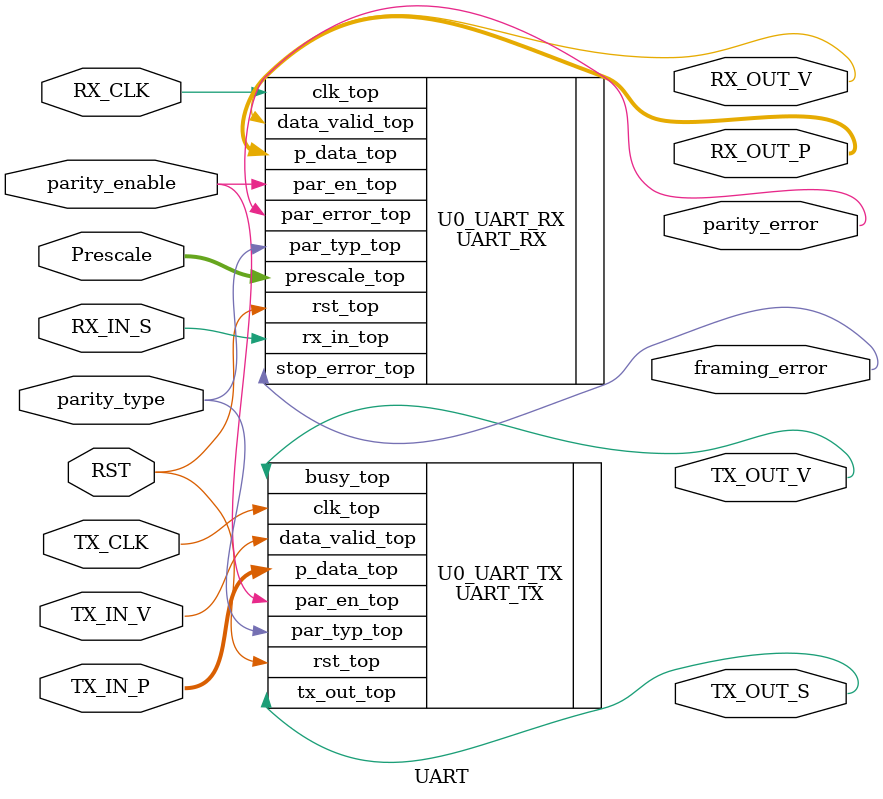
<source format=v>

module UART # ( parameter DATA_WIDTH = 8)

(
 input   wire                          RST,
 input   wire                          TX_CLK,
 input   wire                          RX_CLK,
 input   wire                          RX_IN_S,
 output  wire   [DATA_WIDTH-1:0]       RX_OUT_P, 
 output  wire                          RX_OUT_V,
 input   wire   [DATA_WIDTH-1:0]       TX_IN_P, 
 input   wire                          TX_IN_V, 
 output  wire                          TX_OUT_S,
 output  wire                          TX_OUT_V,  
 input   wire   [5:0]                  Prescale, 
 input   wire                          parity_enable,
 input   wire                          parity_type,
 output  wire                          parity_error,
 output  wire                          framing_error
);


UART_TX U0_UART_TX (
.clk_top(TX_CLK),
.rst_top(RST),
.p_data_top(TX_IN_P),
.data_valid_top(TX_IN_V),
.par_typ_top(parity_type),
.par_en_top(parity_enable),
.tx_out_top(TX_OUT_S),
.busy_top(TX_OUT_V)
);
 
 
UART_RX U0_UART_RX (
.rx_in_top(RX_IN_S),
.prescale_top(Prescale),
.clk_top(RX_CLK),
.rst_top(RST),
.p_data_top(RX_OUT_P),
.par_error_top(parity_error),
.par_en_top(parity_enable),
.par_typ_top(parity_type),
.stop_error_top(framing_error),
.data_valid_top(RX_OUT_V)
);
 



endmodule
 

</source>
